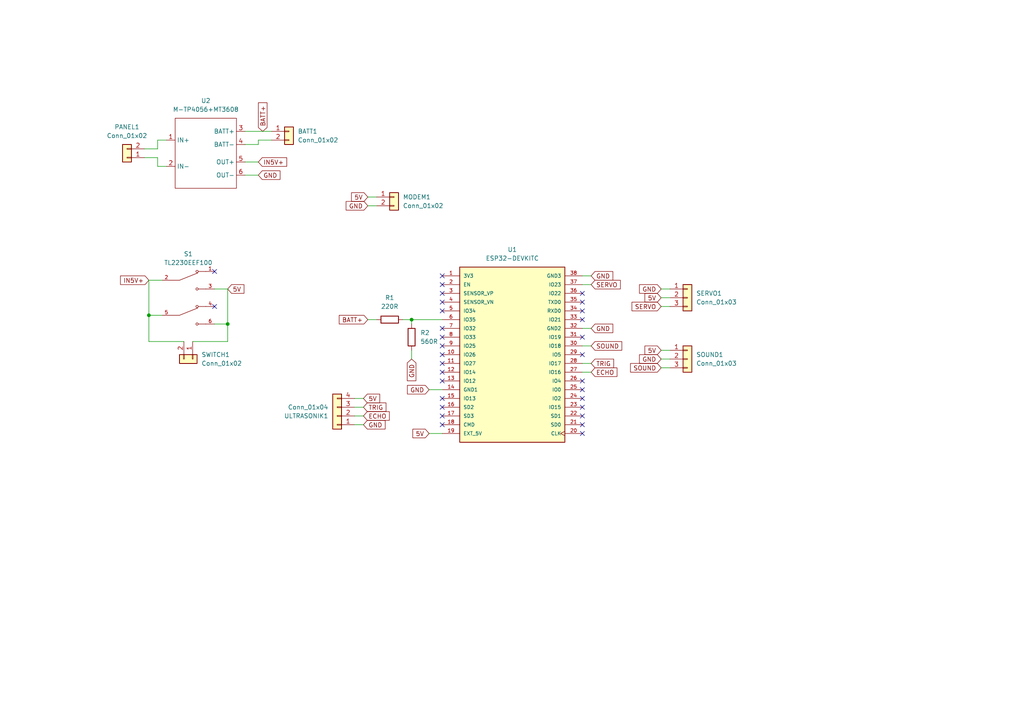
<source format=kicad_sch>
(kicad_sch (version 20211123) (generator eeschema)

  (uuid b853163e-d401-4d2b-9e70-c4e3bcd35dbf)

  (paper "A4")

  (lib_symbols
    (symbol "Connector_Generic:Conn_01x02" (pin_names (offset 1.016) hide) (in_bom yes) (on_board yes)
      (property "Reference" "J" (id 0) (at 0 2.54 0)
        (effects (font (size 1.27 1.27)))
      )
      (property "Value" "Conn_01x02" (id 1) (at 0 -5.08 0)
        (effects (font (size 1.27 1.27)))
      )
      (property "Footprint" "" (id 2) (at 0 0 0)
        (effects (font (size 1.27 1.27)) hide)
      )
      (property "Datasheet" "~" (id 3) (at 0 0 0)
        (effects (font (size 1.27 1.27)) hide)
      )
      (property "ki_keywords" "connector" (id 4) (at 0 0 0)
        (effects (font (size 1.27 1.27)) hide)
      )
      (property "ki_description" "Generic connector, single row, 01x02, script generated (kicad-library-utils/schlib/autogen/connector/)" (id 5) (at 0 0 0)
        (effects (font (size 1.27 1.27)) hide)
      )
      (property "ki_fp_filters" "Connector*:*_1x??_*" (id 6) (at 0 0 0)
        (effects (font (size 1.27 1.27)) hide)
      )
      (symbol "Conn_01x02_1_1"
        (rectangle (start -1.27 -2.413) (end 0 -2.667)
          (stroke (width 0.1524) (type default) (color 0 0 0 0))
          (fill (type none))
        )
        (rectangle (start -1.27 0.127) (end 0 -0.127)
          (stroke (width 0.1524) (type default) (color 0 0 0 0))
          (fill (type none))
        )
        (rectangle (start -1.27 1.27) (end 1.27 -3.81)
          (stroke (width 0.254) (type default) (color 0 0 0 0))
          (fill (type background))
        )
        (pin passive line (at -5.08 0 0) (length 3.81)
          (name "Pin_1" (effects (font (size 1.27 1.27))))
          (number "1" (effects (font (size 1.27 1.27))))
        )
        (pin passive line (at -5.08 -2.54 0) (length 3.81)
          (name "Pin_2" (effects (font (size 1.27 1.27))))
          (number "2" (effects (font (size 1.27 1.27))))
        )
      )
    )
    (symbol "Connector_Generic:Conn_01x03" (pin_names (offset 1.016) hide) (in_bom yes) (on_board yes)
      (property "Reference" "J" (id 0) (at 0 5.08 0)
        (effects (font (size 1.27 1.27)))
      )
      (property "Value" "Conn_01x03" (id 1) (at 0 -5.08 0)
        (effects (font (size 1.27 1.27)))
      )
      (property "Footprint" "" (id 2) (at 0 0 0)
        (effects (font (size 1.27 1.27)) hide)
      )
      (property "Datasheet" "~" (id 3) (at 0 0 0)
        (effects (font (size 1.27 1.27)) hide)
      )
      (property "ki_keywords" "connector" (id 4) (at 0 0 0)
        (effects (font (size 1.27 1.27)) hide)
      )
      (property "ki_description" "Generic connector, single row, 01x03, script generated (kicad-library-utils/schlib/autogen/connector/)" (id 5) (at 0 0 0)
        (effects (font (size 1.27 1.27)) hide)
      )
      (property "ki_fp_filters" "Connector*:*_1x??_*" (id 6) (at 0 0 0)
        (effects (font (size 1.27 1.27)) hide)
      )
      (symbol "Conn_01x03_1_1"
        (rectangle (start -1.27 -2.413) (end 0 -2.667)
          (stroke (width 0.1524) (type default) (color 0 0 0 0))
          (fill (type none))
        )
        (rectangle (start -1.27 0.127) (end 0 -0.127)
          (stroke (width 0.1524) (type default) (color 0 0 0 0))
          (fill (type none))
        )
        (rectangle (start -1.27 2.667) (end 0 2.413)
          (stroke (width 0.1524) (type default) (color 0 0 0 0))
          (fill (type none))
        )
        (rectangle (start -1.27 3.81) (end 1.27 -3.81)
          (stroke (width 0.254) (type default) (color 0 0 0 0))
          (fill (type background))
        )
        (pin passive line (at -5.08 2.54 0) (length 3.81)
          (name "Pin_1" (effects (font (size 1.27 1.27))))
          (number "1" (effects (font (size 1.27 1.27))))
        )
        (pin passive line (at -5.08 0 0) (length 3.81)
          (name "Pin_2" (effects (font (size 1.27 1.27))))
          (number "2" (effects (font (size 1.27 1.27))))
        )
        (pin passive line (at -5.08 -2.54 0) (length 3.81)
          (name "Pin_3" (effects (font (size 1.27 1.27))))
          (number "3" (effects (font (size 1.27 1.27))))
        )
      )
    )
    (symbol "Connector_Generic:Conn_01x04" (pin_names (offset 1.016) hide) (in_bom yes) (on_board yes)
      (property "Reference" "J" (id 0) (at 0 5.08 0)
        (effects (font (size 1.27 1.27)))
      )
      (property "Value" "Conn_01x04" (id 1) (at 0 -7.62 0)
        (effects (font (size 1.27 1.27)))
      )
      (property "Footprint" "" (id 2) (at 0 0 0)
        (effects (font (size 1.27 1.27)) hide)
      )
      (property "Datasheet" "~" (id 3) (at 0 0 0)
        (effects (font (size 1.27 1.27)) hide)
      )
      (property "ki_keywords" "connector" (id 4) (at 0 0 0)
        (effects (font (size 1.27 1.27)) hide)
      )
      (property "ki_description" "Generic connector, single row, 01x04, script generated (kicad-library-utils/schlib/autogen/connector/)" (id 5) (at 0 0 0)
        (effects (font (size 1.27 1.27)) hide)
      )
      (property "ki_fp_filters" "Connector*:*_1x??_*" (id 6) (at 0 0 0)
        (effects (font (size 1.27 1.27)) hide)
      )
      (symbol "Conn_01x04_1_1"
        (rectangle (start -1.27 -4.953) (end 0 -5.207)
          (stroke (width 0.1524) (type default) (color 0 0 0 0))
          (fill (type none))
        )
        (rectangle (start -1.27 -2.413) (end 0 -2.667)
          (stroke (width 0.1524) (type default) (color 0 0 0 0))
          (fill (type none))
        )
        (rectangle (start -1.27 0.127) (end 0 -0.127)
          (stroke (width 0.1524) (type default) (color 0 0 0 0))
          (fill (type none))
        )
        (rectangle (start -1.27 2.667) (end 0 2.413)
          (stroke (width 0.1524) (type default) (color 0 0 0 0))
          (fill (type none))
        )
        (rectangle (start -1.27 3.81) (end 1.27 -6.35)
          (stroke (width 0.254) (type default) (color 0 0 0 0))
          (fill (type background))
        )
        (pin passive line (at -5.08 2.54 0) (length 3.81)
          (name "Pin_1" (effects (font (size 1.27 1.27))))
          (number "1" (effects (font (size 1.27 1.27))))
        )
        (pin passive line (at -5.08 0 0) (length 3.81)
          (name "Pin_2" (effects (font (size 1.27 1.27))))
          (number "2" (effects (font (size 1.27 1.27))))
        )
        (pin passive line (at -5.08 -2.54 0) (length 3.81)
          (name "Pin_3" (effects (font (size 1.27 1.27))))
          (number "3" (effects (font (size 1.27 1.27))))
        )
        (pin passive line (at -5.08 -5.08 0) (length 3.81)
          (name "Pin_4" (effects (font (size 1.27 1.27))))
          (number "4" (effects (font (size 1.27 1.27))))
        )
      )
    )
    (symbol "Device:R" (pin_numbers hide) (pin_names (offset 0)) (in_bom yes) (on_board yes)
      (property "Reference" "R" (id 0) (at 2.032 0 90)
        (effects (font (size 1.27 1.27)))
      )
      (property "Value" "R" (id 1) (at 0 0 90)
        (effects (font (size 1.27 1.27)))
      )
      (property "Footprint" "" (id 2) (at -1.778 0 90)
        (effects (font (size 1.27 1.27)) hide)
      )
      (property "Datasheet" "~" (id 3) (at 0 0 0)
        (effects (font (size 1.27 1.27)) hide)
      )
      (property "ki_keywords" "R res resistor" (id 4) (at 0 0 0)
        (effects (font (size 1.27 1.27)) hide)
      )
      (property "ki_description" "Resistor" (id 5) (at 0 0 0)
        (effects (font (size 1.27 1.27)) hide)
      )
      (property "ki_fp_filters" "R_*" (id 6) (at 0 0 0)
        (effects (font (size 1.27 1.27)) hide)
      )
      (symbol "R_0_1"
        (rectangle (start -1.016 -2.54) (end 1.016 2.54)
          (stroke (width 0.254) (type default) (color 0 0 0 0))
          (fill (type none))
        )
      )
      (symbol "R_1_1"
        (pin passive line (at 0 3.81 270) (length 1.27)
          (name "~" (effects (font (size 1.27 1.27))))
          (number "1" (effects (font (size 1.27 1.27))))
        )
        (pin passive line (at 0 -3.81 90) (length 1.27)
          (name "~" (effects (font (size 1.27 1.27))))
          (number "2" (effects (font (size 1.27 1.27))))
        )
      )
    )
    (symbol "Library_Sendiri:ESP32-DEVKITC" (pin_names (offset 1.016)) (in_bom yes) (on_board yes)
      (property "Reference" "U" (id 0) (at -15.2572 26.0643 0)
        (effects (font (size 1.27 1.27)) (justify left bottom))
      )
      (property "Value" "ESP32-DEVKITC" (id 1) (at -15.2563 -27.9698 0)
        (effects (font (size 1.27 1.27)) (justify left bottom))
      )
      (property "Footprint" "Library_Sendiri:MODULE_ESP32-DEVKITC" (id 2) (at 2.54 63.5 0)
        (effects (font (size 1.27 1.27)) (justify bottom) hide)
      )
      (property "Datasheet" "" (id 3) (at 2.54 57.15 0)
        (effects (font (size 1.27 1.27)) hide)
      )
      (property "MF" "Espressif Systems" (id 4) (at 1.27 1.27 0)
        (effects (font (size 1.27 1.27)) (justify bottom) hide)
      )
      (property "Description" "\nESP32-WROOM-32UE series Transceiver; 802.11 b/g/n (Wi-Fi, WiFi, WLAN), Bluetooth ® Smart Ready 4.x Dual Mode Evaluation Board\n" (id 5) (at 2.54 57.15 0)
        (effects (font (size 1.27 1.27)) (justify bottom) hide)
      )
      (property "Package" "None" (id 6) (at 1.27 -3.81 0)
        (effects (font (size 1.27 1.27)) (justify bottom) hide)
      )
      (property "Price" "None" (id 7) (at 1.27 -3.81 0)
        (effects (font (size 1.27 1.27)) (justify bottom) hide)
      )
      (property "Check_prices" "https://www.snapeda.com/parts/ESP32-DEVKITC/Espressif+Systems/view-part/?ref=eda" (id 8) (at 2.54 59.69 0)
        (effects (font (size 1.27 1.27)) (justify bottom) hide)
      )
      (property "STANDARD" "Manufacturer Recommendations" (id 9) (at 2.54 52.07 0)
        (effects (font (size 1.27 1.27)) (justify bottom) hide)
      )
      (property "PARTREV" "N/A" (id 10) (at 1.27 13.97 0)
        (effects (font (size 1.27 1.27)) (justify bottom) hide)
      )
      (property "SnapEDA_Link" "https://www.snapeda.com/parts/ESP32-DEVKITC/Espressif+Systems/view-part/?ref=snap" (id 11) (at 2.54 57.15 0)
        (effects (font (size 1.27 1.27)) (justify bottom) hide)
      )
      (property "MP" "ESP32-DEVKITC" (id 12) (at 1.27 10.16 0)
        (effects (font (size 1.27 1.27)) (justify bottom) hide)
      )
      (property "Availability" "Not in stock" (id 13) (at 1.27 -1.27 0)
        (effects (font (size 1.27 1.27)) (justify bottom) hide)
      )
      (property "MANUFACTURER" "ESPRESSIF" (id 14) (at 1.27 5.08 0)
        (effects (font (size 1.27 1.27)) (justify bottom) hide)
      )
      (symbol "ESP32-DEVKITC_0_0"
        (rectangle (start -15.24 -25.4) (end 15.24 25.4)
          (stroke (width 0.254) (type default) (color 0 0 0 0))
          (fill (type background))
        )
        (pin power_in line (at -20.32 22.86 0) (length 5.08)
          (name "3V3" (effects (font (size 1.016 1.016))))
          (number "1" (effects (font (size 1.016 1.016))))
        )
        (pin bidirectional line (at -20.32 0 0) (length 5.08)
          (name "IO26" (effects (font (size 1.016 1.016))))
          (number "10" (effects (font (size 1.016 1.016))))
        )
        (pin bidirectional line (at -20.32 -2.54 0) (length 5.08)
          (name "IO27" (effects (font (size 1.016 1.016))))
          (number "11" (effects (font (size 1.016 1.016))))
        )
        (pin bidirectional line (at -20.32 -5.08 0) (length 5.08)
          (name "IO14" (effects (font (size 1.016 1.016))))
          (number "12" (effects (font (size 1.016 1.016))))
        )
        (pin bidirectional line (at -20.32 -7.62 0) (length 5.08)
          (name "IO12" (effects (font (size 1.016 1.016))))
          (number "13" (effects (font (size 1.016 1.016))))
        )
        (pin power_in line (at -20.32 -10.16 0) (length 5.08)
          (name "GND1" (effects (font (size 1.016 1.016))))
          (number "14" (effects (font (size 1.016 1.016))))
        )
        (pin bidirectional line (at -20.32 -12.7 0) (length 5.08)
          (name "IO13" (effects (font (size 1.016 1.016))))
          (number "15" (effects (font (size 1.016 1.016))))
        )
        (pin bidirectional line (at -20.32 -15.24 0) (length 5.08)
          (name "SD2" (effects (font (size 1.016 1.016))))
          (number "16" (effects (font (size 1.016 1.016))))
        )
        (pin bidirectional line (at -20.32 -17.78 0) (length 5.08)
          (name "SD3" (effects (font (size 1.016 1.016))))
          (number "17" (effects (font (size 1.016 1.016))))
        )
        (pin bidirectional line (at -20.32 -20.32 0) (length 5.08)
          (name "CMD" (effects (font (size 1.016 1.016))))
          (number "18" (effects (font (size 1.016 1.016))))
        )
        (pin power_in line (at -20.32 -22.86 0) (length 5.08)
          (name "EXT_5V" (effects (font (size 1.016 1.016))))
          (number "19" (effects (font (size 1.016 1.016))))
        )
        (pin input line (at -20.32 20.32 0) (length 5.08)
          (name "EN" (effects (font (size 1.016 1.016))))
          (number "2" (effects (font (size 1.016 1.016))))
        )
        (pin input clock (at 20.32 -22.86 180) (length 5.08)
          (name "CLK" (effects (font (size 1.016 1.016))))
          (number "20" (effects (font (size 1.016 1.016))))
        )
        (pin bidirectional line (at 20.32 -20.32 180) (length 5.08)
          (name "SD0" (effects (font (size 1.016 1.016))))
          (number "21" (effects (font (size 1.016 1.016))))
        )
        (pin bidirectional line (at 20.32 -17.78 180) (length 5.08)
          (name "SD1" (effects (font (size 1.016 1.016))))
          (number "22" (effects (font (size 1.016 1.016))))
        )
        (pin bidirectional line (at 20.32 -15.24 180) (length 5.08)
          (name "IO15" (effects (font (size 1.016 1.016))))
          (number "23" (effects (font (size 1.016 1.016))))
        )
        (pin bidirectional line (at 20.32 -12.7 180) (length 5.08)
          (name "IO2" (effects (font (size 1.016 1.016))))
          (number "24" (effects (font (size 1.016 1.016))))
        )
        (pin bidirectional line (at 20.32 -10.16 180) (length 5.08)
          (name "IO0" (effects (font (size 1.016 1.016))))
          (number "25" (effects (font (size 1.016 1.016))))
        )
        (pin bidirectional line (at 20.32 -7.62 180) (length 5.08)
          (name "IO4" (effects (font (size 1.016 1.016))))
          (number "26" (effects (font (size 1.016 1.016))))
        )
        (pin bidirectional line (at 20.32 -5.08 180) (length 5.08)
          (name "IO16" (effects (font (size 1.016 1.016))))
          (number "27" (effects (font (size 1.016 1.016))))
        )
        (pin bidirectional line (at 20.32 -2.54 180) (length 5.08)
          (name "IO17" (effects (font (size 1.016 1.016))))
          (number "28" (effects (font (size 1.016 1.016))))
        )
        (pin bidirectional line (at 20.32 0 180) (length 5.08)
          (name "IO5" (effects (font (size 1.016 1.016))))
          (number "29" (effects (font (size 1.016 1.016))))
        )
        (pin input line (at -20.32 17.78 0) (length 5.08)
          (name "SENSOR_VP" (effects (font (size 1.016 1.016))))
          (number "3" (effects (font (size 1.016 1.016))))
        )
        (pin bidirectional line (at 20.32 2.54 180) (length 5.08)
          (name "IO18" (effects (font (size 1.016 1.016))))
          (number "30" (effects (font (size 1.016 1.016))))
        )
        (pin bidirectional line (at 20.32 5.08 180) (length 5.08)
          (name "IO19" (effects (font (size 1.016 1.016))))
          (number "31" (effects (font (size 1.016 1.016))))
        )
        (pin power_in line (at 20.32 7.62 180) (length 5.08)
          (name "GND2" (effects (font (size 1.016 1.016))))
          (number "32" (effects (font (size 1.016 1.016))))
        )
        (pin bidirectional line (at 20.32 10.16 180) (length 5.08)
          (name "IO21" (effects (font (size 1.016 1.016))))
          (number "33" (effects (font (size 1.016 1.016))))
        )
        (pin input line (at 20.32 12.7 180) (length 5.08)
          (name "RXD0" (effects (font (size 1.016 1.016))))
          (number "34" (effects (font (size 1.016 1.016))))
        )
        (pin output line (at 20.32 15.24 180) (length 5.08)
          (name "TXD0" (effects (font (size 1.016 1.016))))
          (number "35" (effects (font (size 1.016 1.016))))
        )
        (pin bidirectional line (at 20.32 17.78 180) (length 5.08)
          (name "IO22" (effects (font (size 1.016 1.016))))
          (number "36" (effects (font (size 1.016 1.016))))
        )
        (pin bidirectional line (at 20.32 20.32 180) (length 5.08)
          (name "IO23" (effects (font (size 1.016 1.016))))
          (number "37" (effects (font (size 1.016 1.016))))
        )
        (pin power_in line (at 20.32 22.86 180) (length 5.08)
          (name "GND3" (effects (font (size 1.016 1.016))))
          (number "38" (effects (font (size 1.016 1.016))))
        )
        (pin input line (at -20.32 15.24 0) (length 5.08)
          (name "SENSOR_VN" (effects (font (size 1.016 1.016))))
          (number "4" (effects (font (size 1.016 1.016))))
        )
        (pin bidirectional line (at -20.32 12.7 0) (length 5.08)
          (name "IO34" (effects (font (size 1.016 1.016))))
          (number "5" (effects (font (size 1.016 1.016))))
        )
        (pin bidirectional line (at -20.32 10.16 0) (length 5.08)
          (name "IO35" (effects (font (size 1.016 1.016))))
          (number "6" (effects (font (size 1.016 1.016))))
        )
        (pin bidirectional line (at -20.32 7.62 0) (length 5.08)
          (name "IO32" (effects (font (size 1.016 1.016))))
          (number "7" (effects (font (size 1.016 1.016))))
        )
        (pin bidirectional line (at -20.32 5.08 0) (length 5.08)
          (name "IO33" (effects (font (size 1.016 1.016))))
          (number "8" (effects (font (size 1.016 1.016))))
        )
        (pin bidirectional line (at -20.32 2.54 0) (length 5.08)
          (name "IO25" (effects (font (size 1.016 1.016))))
          (number "9" (effects (font (size 1.016 1.016))))
        )
      )
    )
    (symbol "Library_Sendiri:M-TP4056+MT3608" (in_bom yes) (on_board yes)
      (property "Reference" "U" (id 0) (at 0 11.43 0)
        (effects (font (size 1.27 1.27)))
      )
      (property "Value" "M-TP4056+MT3608" (id 1) (at 0 -11.43 0)
        (effects (font (size 1.27 1.27)))
      )
      (property "Footprint" "" (id 2) (at 0 0 0)
        (effects (font (size 1.27 1.27)) hide)
      )
      (property "Datasheet" "" (id 3) (at 0 0 0)
        (effects (font (size 1.27 1.27)) hide)
      )
      (symbol "M-TP4056+MT3608_0_1"
        (polyline
          (pts
            (xy 0 10.16)
            (xy 8.89 10.16)
            (xy 8.89 -10.16)
            (xy -8.89 -10.16)
            (xy -8.89 10.16)
            (xy 0 10.16)
          )
          (stroke (width 0) (type default) (color 0 0 0 0))
          (fill (type none))
        )
      )
      (symbol "M-TP4056+MT3608_1_1"
        (pin power_in line (at -11.43 3.81 0) (length 2.54)
          (name "IN+" (effects (font (size 1.27 1.27))))
          (number "1" (effects (font (size 1.27 1.27))))
        )
        (pin power_in line (at -11.43 -3.81 0) (length 2.54)
          (name "IN-" (effects (font (size 1.27 1.27))))
          (number "2" (effects (font (size 1.27 1.27))))
        )
        (pin power_out line (at 11.43 6.35 180) (length 2.54)
          (name "BATT+" (effects (font (size 1.27 1.27))))
          (number "3" (effects (font (size 1.27 1.27))))
        )
        (pin power_out line (at 11.43 2.54 180) (length 2.54)
          (name "BATT-" (effects (font (size 1.27 1.27))))
          (number "4" (effects (font (size 1.27 1.27))))
        )
        (pin power_out line (at 11.43 -2.54 180) (length 2.54)
          (name "OUT+" (effects (font (size 1.27 1.27))))
          (number "5" (effects (font (size 1.27 1.27))))
        )
        (pin power_out line (at 11.43 -6.35 180) (length 2.54)
          (name "OUT-" (effects (font (size 1.27 1.27))))
          (number "6" (effects (font (size 1.27 1.27))))
        )
      )
    )
    (symbol "Library_Sendiri:TL2230EEF100" (pin_names (offset 1.016)) (in_bom yes) (on_board yes)
      (property "Reference" "S" (id 0) (at -2.54 10.16 0)
        (effects (font (size 1.27 1.27)) (justify left bottom))
      )
      (property "Value" "TL2230EEF100" (id 1) (at -2.54 -10.16 0)
        (effects (font (size 1.27 1.27)) (justify left top))
      )
      (property "Footprint" "TL2230EEF100:SW_TL2230EEF100" (id 2) (at 0 0 0)
        (effects (font (size 1.27 1.27)) (justify bottom) hide)
      )
      (property "Datasheet" "" (id 3) (at 0 0 0)
        (effects (font (size 1.27 1.27)) hide)
      )
      (property "MF" "E-Switch" (id 4) (at 0 0 0)
        (effects (font (size 1.27 1.27)) (justify bottom) hide)
      )
      (property "MAXIMUM_PACKAGE_HEIGHT" "12.5 mm" (id 5) (at 0 0 0)
        (effects (font (size 1.27 1.27)) (justify bottom) hide)
      )
      (property "Package" "None" (id 6) (at 0 0 0)
        (effects (font (size 1.27 1.27)) (justify bottom) hide)
      )
      (property "Price" "None" (id 7) (at 0 0 0)
        (effects (font (size 1.27 1.27)) (justify bottom) hide)
      )
      (property "Check_prices" "https://www.snapeda.com/parts/TL2230EEF100/E-Switch/view-part/?ref=eda" (id 8) (at 0 0 0)
        (effects (font (size 1.27 1.27)) (justify bottom) hide)
      )
      (property "STANDARD" "Manufacturer Recommendations" (id 9) (at 0 0 0)
        (effects (font (size 1.27 1.27)) (justify bottom) hide)
      )
      (property "PARTREV" "E" (id 10) (at 0 0 0)
        (effects (font (size 1.27 1.27)) (justify bottom) hide)
      )
      (property "SnapEDA_Link" "https://www.snapeda.com/parts/TL2230EEF100/E-Switch/view-part/?ref=snap" (id 11) (at 0 0 0)
        (effects (font (size 1.27 1.27)) (justify bottom) hide)
      )
      (property "MP" "TL2230EEF100" (id 12) (at 0 0 0)
        (effects (font (size 1.27 1.27)) (justify bottom) hide)
      )
      (property "Purchase-URL" "https://www.snapeda.com/api/url_track_click_mouser/?unipart_id=2221155&manufacturer=E-Switch&part_name=TL2230EEF100&search_term=switch dpdt" (id 13) (at 0 0 0)
        (effects (font (size 1.27 1.27)) (justify bottom) hide)
      )
      (property "Description" "\nPushbutton Switch DPDT Standard Through Hole\n" (id 14) (at 0 0 0)
        (effects (font (size 1.27 1.27)) (justify bottom) hide)
      )
      (property "SNAPEDA_PN" "TL2230EEF140" (id 15) (at 0 0 0)
        (effects (font (size 1.27 1.27)) (justify bottom) hide)
      )
      (property "Availability" "In Stock" (id 16) (at 0 0 0)
        (effects (font (size 1.27 1.27)) (justify bottom) hide)
      )
      (property "MANUFACTURER" "E-Switch" (id 17) (at 0 0 0)
        (effects (font (size 1.27 1.27)) (justify bottom) hide)
      )
      (symbol "TL2230EEF100_0_0"
        (polyline
          (pts
            (xy -2.54 -5.08)
            (xy -5.08 -5.08)
          )
          (stroke (width 0.1524) (type default) (color 0 0 0 0))
          (fill (type none))
        )
        (polyline
          (pts
            (xy -2.54 -5.08)
            (xy 2.794 -2.9464)
          )
          (stroke (width 0.1524) (type default) (color 0 0 0 0))
          (fill (type none))
        )
        (polyline
          (pts
            (xy -2.54 5.08)
            (xy -5.08 5.08)
          )
          (stroke (width 0.1524) (type default) (color 0 0 0 0))
          (fill (type none))
        )
        (polyline
          (pts
            (xy -2.54 5.08)
            (xy 2.794 7.2136)
          )
          (stroke (width 0.1524) (type default) (color 0 0 0 0))
          (fill (type none))
        )
        (polyline
          (pts
            (xy 5.08 -7.62)
            (xy 2.921 -7.62)
          )
          (stroke (width 0.1524) (type default) (color 0 0 0 0))
          (fill (type none))
        )
        (polyline
          (pts
            (xy 5.08 -2.54)
            (xy 2.921 -2.54)
          )
          (stroke (width 0.1524) (type default) (color 0 0 0 0))
          (fill (type none))
        )
        (polyline
          (pts
            (xy 5.08 2.54)
            (xy 2.921 2.54)
          )
          (stroke (width 0.1524) (type default) (color 0 0 0 0))
          (fill (type none))
        )
        (polyline
          (pts
            (xy 5.08 7.62)
            (xy 2.921 7.62)
          )
          (stroke (width 0.1524) (type default) (color 0 0 0 0))
          (fill (type none))
        )
        (circle (center 2.54 -7.62) (radius 0.3302)
          (stroke (width 0.1524) (type default) (color 0 0 0 0))
          (fill (type none))
        )
        (circle (center 2.54 -2.54) (radius 0.3302)
          (stroke (width 0.1524) (type default) (color 0 0 0 0))
          (fill (type none))
        )
        (circle (center 2.54 2.54) (radius 0.3302)
          (stroke (width 0.1524) (type default) (color 0 0 0 0))
          (fill (type none))
        )
        (circle (center 2.54 7.62) (radius 0.3302)
          (stroke (width 0.1524) (type default) (color 0 0 0 0))
          (fill (type none))
        )
        (pin passive line (at 7.62 7.62 180) (length 2.54)
          (name "~" (effects (font (size 1.016 1.016))))
          (number "1" (effects (font (size 1.016 1.016))))
        )
        (pin passive line (at -7.62 5.08 0) (length 2.54)
          (name "~" (effects (font (size 1.016 1.016))))
          (number "2" (effects (font (size 1.016 1.016))))
        )
        (pin passive line (at 7.62 2.54 180) (length 2.54)
          (name "~" (effects (font (size 1.016 1.016))))
          (number "3" (effects (font (size 1.016 1.016))))
        )
        (pin passive line (at 7.62 -2.54 180) (length 2.54)
          (name "~" (effects (font (size 1.016 1.016))))
          (number "4" (effects (font (size 1.016 1.016))))
        )
        (pin passive line (at -7.62 -5.08 0) (length 2.54)
          (name "~" (effects (font (size 1.016 1.016))))
          (number "5" (effects (font (size 1.016 1.016))))
        )
        (pin passive line (at 7.62 -7.62 180) (length 2.54)
          (name "~" (effects (font (size 1.016 1.016))))
          (number "6" (effects (font (size 1.016 1.016))))
        )
      )
    )
  )


  (junction (at 119.38 92.71) (diameter 0) (color 0 0 0 0)
    (uuid 43e57329-a933-4a13-9d3a-739e0f2b769f)
  )
  (junction (at 66.04 93.98) (diameter 0) (color 0 0 0 0)
    (uuid 69bf4dc1-d4a1-495a-97c5-80f2791ad0b5)
  )
  (junction (at 43.18 91.44) (diameter 0) (color 0 0 0 0)
    (uuid 6b9e4c83-68a7-44e9-952c-af760381ac0a)
  )

  (no_connect (at 128.27 123.19) (uuid 0309170d-2b5d-42e9-a4fd-074596657d7b))
  (no_connect (at 168.91 85.09) (uuid 06d53aed-8826-453e-b6e2-843702ad397a))
  (no_connect (at 168.91 92.71) (uuid 13d53aee-210f-440c-98eb-ba715e540503))
  (no_connect (at 128.27 80.01) (uuid 14e81278-7a56-46e1-ad07-3d5f5fd51cee))
  (no_connect (at 128.27 85.09) (uuid 17ca057b-0370-42b9-843d-7e9dea8f14a7))
  (no_connect (at 128.27 90.17) (uuid 37ec45c7-3982-40cf-9360-7c9cc28fba49))
  (no_connect (at 168.91 115.57) (uuid 3ac7607b-7b7a-4ed6-991b-1e590e54503f))
  (no_connect (at 168.91 97.79) (uuid 4ee34e32-2bca-41b4-a6ee-744e46caa43e))
  (no_connect (at 168.91 120.65) (uuid 514c6255-0839-4f1d-abb4-4e57e22cf0b8))
  (no_connect (at 128.27 97.79) (uuid 515323a6-f325-4d27-b10a-653f68a4d4af))
  (no_connect (at 168.91 125.73) (uuid 54c929a4-3f72-4b30-9ca7-c1682c68a828))
  (no_connect (at 128.27 95.25) (uuid 58e1890e-11c5-459c-8229-1605f8609d3e))
  (no_connect (at 128.27 100.33) (uuid 5b0ba5f1-7f58-4ed4-b008-3ce4225a767f))
  (no_connect (at 128.27 105.41) (uuid 5fecf977-0745-489c-8550-474e3b570f57))
  (no_connect (at 128.27 102.87) (uuid 63c610cf-6b5d-49c8-b6ac-9da946b21d7a))
  (no_connect (at 62.23 78.74) (uuid 68e81bdd-da72-4e88-8d51-60e59fb0e356))
  (no_connect (at 168.91 110.49) (uuid 78d67e2c-2062-463e-a6ff-11a5c31083ed))
  (no_connect (at 128.27 115.57) (uuid 79c6f8ab-688e-466c-8129-99bdb225ac4c))
  (no_connect (at 128.27 87.63) (uuid 82851af6-2e22-40c1-97a8-6d546bbd5cc1))
  (no_connect (at 168.91 118.11) (uuid 8fea9cf8-2116-45b2-8185-d591b596f7f1))
  (no_connect (at 128.27 82.55) (uuid 908bd4ac-be94-4ba5-b9bf-170e3ec2fd25))
  (no_connect (at 128.27 110.49) (uuid a0adbfa5-57e3-4279-ab1c-a47066b23e15))
  (no_connect (at 128.27 120.65) (uuid a9a69784-0703-4b3a-89f8-6dc3d8ce40f1))
  (no_connect (at 168.91 123.19) (uuid acaa3c8d-da1c-45ac-ab81-6fbb0cd4b13a))
  (no_connect (at 168.91 90.17) (uuid bbe70ea1-75f1-40f5-a49a-bc24604f87a5))
  (no_connect (at 128.27 118.11) (uuid cae69c8a-6e7d-43e9-be75-2f54f11008da))
  (no_connect (at 62.23 88.9) (uuid d2b46945-74a2-4600-b0a4-7e1ef695952c))
  (no_connect (at 168.91 113.03) (uuid ec9bbe7a-30a8-47cb-9cfb-90d3448666e4))
  (no_connect (at 128.27 107.95) (uuid ee802519-e72d-4a83-bd16-edd9a7b0d427))
  (no_connect (at 168.91 102.87) (uuid f5105e9b-c37a-4bc9-ae30-9f467ba8cf34))
  (no_connect (at 168.91 87.63) (uuid fe7957fb-ba6e-4301-ae74-991f9d421986))

  (wire (pts (xy 105.41 115.57) (xy 102.87 115.57))
    (stroke (width 0) (type default) (color 0 0 0 0))
    (uuid 00a1f526-dddf-48f0-9580-0a0f2e259d90)
  )
  (wire (pts (xy 191.77 86.36) (xy 194.31 86.36))
    (stroke (width 0) (type default) (color 0 0 0 0))
    (uuid 01aca136-809f-4003-8f42-a8a5b62906c2)
  )
  (wire (pts (xy 191.77 104.14) (xy 194.31 104.14))
    (stroke (width 0) (type default) (color 0 0 0 0))
    (uuid 053b70d2-fa9f-45d0-806b-a98f998f0385)
  )
  (wire (pts (xy 106.68 57.15) (xy 109.22 57.15))
    (stroke (width 0) (type default) (color 0 0 0 0))
    (uuid 060bd767-b249-4813-846a-e8d743541c0d)
  )
  (wire (pts (xy 105.41 118.11) (xy 102.87 118.11))
    (stroke (width 0) (type default) (color 0 0 0 0))
    (uuid 07ff7b35-dc07-4542-bdf7-266535cd363a)
  )
  (wire (pts (xy 124.46 125.73) (xy 128.27 125.73))
    (stroke (width 0) (type default) (color 0 0 0 0))
    (uuid 0ff350e7-447b-4af1-9900-80686bf4274a)
  )
  (wire (pts (xy 43.18 81.28) (xy 46.99 81.28))
    (stroke (width 0) (type default) (color 0 0 0 0))
    (uuid 1103fcfc-27b8-403d-9986-1daeca5a4cda)
  )
  (wire (pts (xy 119.38 101.6) (xy 119.38 104.14))
    (stroke (width 0) (type default) (color 0 0 0 0))
    (uuid 127685ea-5d7b-4cf0-91c8-20ac1c9b2e42)
  )
  (wire (pts (xy 124.46 113.03) (xy 128.27 113.03))
    (stroke (width 0) (type default) (color 0 0 0 0))
    (uuid 13918b2d-5208-4307-86c5-aa3f365385ee)
  )
  (wire (pts (xy 106.68 92.71) (xy 109.22 92.71))
    (stroke (width 0) (type default) (color 0 0 0 0))
    (uuid 146f7c0f-be02-4662-ba31-d72503f849f0)
  )
  (wire (pts (xy 119.38 92.71) (xy 119.38 93.98))
    (stroke (width 0) (type default) (color 0 0 0 0))
    (uuid 17b8957b-3107-44a7-a572-1dfc6554c492)
  )
  (wire (pts (xy 66.04 93.98) (xy 62.23 93.98))
    (stroke (width 0) (type default) (color 0 0 0 0))
    (uuid 18ce5617-98dd-4d45-92ed-76ed5b1fe03a)
  )
  (wire (pts (xy 105.41 123.19) (xy 102.87 123.19))
    (stroke (width 0) (type default) (color 0 0 0 0))
    (uuid 1a4e74d4-bc5b-45b1-86a0-29acf7214571)
  )
  (wire (pts (xy 168.91 107.95) (xy 171.45 107.95))
    (stroke (width 0) (type default) (color 0 0 0 0))
    (uuid 2e94eeab-71fa-42e8-9ddf-c248d50c1f23)
  )
  (wire (pts (xy 66.04 83.82) (xy 66.04 93.98))
    (stroke (width 0) (type default) (color 0 0 0 0))
    (uuid 2fbcad98-4048-4aaf-8529-2a8b9c9ce1da)
  )
  (wire (pts (xy 71.12 50.8) (xy 74.93 50.8))
    (stroke (width 0) (type default) (color 0 0 0 0))
    (uuid 32b4e2af-abe0-423e-afb1-75dc010f0561)
  )
  (wire (pts (xy 74.93 41.91) (xy 71.12 41.91))
    (stroke (width 0) (type default) (color 0 0 0 0))
    (uuid 32d5bce4-b781-401c-89d7-c5b0e3e19dd8)
  )
  (wire (pts (xy 191.77 101.6) (xy 194.31 101.6))
    (stroke (width 0) (type default) (color 0 0 0 0))
    (uuid 34e9da28-326e-405c-ba5b-6160ba60a072)
  )
  (wire (pts (xy 116.84 92.71) (xy 119.38 92.71))
    (stroke (width 0) (type default) (color 0 0 0 0))
    (uuid 3b0b299a-3c63-4391-bb35-cef7488ba20a)
  )
  (wire (pts (xy 105.41 120.65) (xy 102.87 120.65))
    (stroke (width 0) (type default) (color 0 0 0 0))
    (uuid 3fbb0c68-541e-4ea9-83b1-1732d067bf0d)
  )
  (wire (pts (xy 191.77 88.9) (xy 194.31 88.9))
    (stroke (width 0) (type default) (color 0 0 0 0))
    (uuid 48b33533-42fe-4af2-8ca7-86951c4749bb)
  )
  (wire (pts (xy 191.77 83.82) (xy 194.31 83.82))
    (stroke (width 0) (type default) (color 0 0 0 0))
    (uuid 4b7edd31-ab48-4888-9d4d-b4629cb1233e)
  )
  (wire (pts (xy 71.12 46.99) (xy 74.93 46.99))
    (stroke (width 0) (type default) (color 0 0 0 0))
    (uuid 4e6b1531-38f4-41e5-80df-98ff6e9894b7)
  )
  (wire (pts (xy 45.72 48.26) (xy 48.26 48.26))
    (stroke (width 0) (type default) (color 0 0 0 0))
    (uuid 4f058af5-b1d7-46f7-b75b-0f9f2b379fcc)
  )
  (wire (pts (xy 168.91 100.33) (xy 171.45 100.33))
    (stroke (width 0) (type default) (color 0 0 0 0))
    (uuid 5b7693fe-f7be-4036-993d-2944b13e55d2)
  )
  (wire (pts (xy 41.91 45.72) (xy 45.72 45.72))
    (stroke (width 0) (type default) (color 0 0 0 0))
    (uuid 6366774c-eaba-4fbf-a1ae-058258ab72bb)
  )
  (wire (pts (xy 191.77 106.68) (xy 194.31 106.68))
    (stroke (width 0) (type default) (color 0 0 0 0))
    (uuid 64e4c413-0e47-4f40-9e42-c50996956305)
  )
  (wire (pts (xy 45.72 45.72) (xy 45.72 48.26))
    (stroke (width 0) (type default) (color 0 0 0 0))
    (uuid 744b639e-ded4-42b5-8a3b-dcf8ee499e9d)
  )
  (wire (pts (xy 45.72 43.18) (xy 45.72 40.64))
    (stroke (width 0) (type default) (color 0 0 0 0))
    (uuid 7c41a3d3-5669-46cf-83cd-36f8819f55ac)
  )
  (wire (pts (xy 168.91 95.25) (xy 171.45 95.25))
    (stroke (width 0) (type default) (color 0 0 0 0))
    (uuid 8278bf8d-b631-4060-a661-1d6b8f80320f)
  )
  (wire (pts (xy 78.74 40.64) (xy 74.93 40.64))
    (stroke (width 0) (type default) (color 0 0 0 0))
    (uuid 9a895d5f-4310-48ae-bd1f-b47f2edc04e8)
  )
  (wire (pts (xy 45.72 40.64) (xy 48.26 40.64))
    (stroke (width 0) (type default) (color 0 0 0 0))
    (uuid ab541e0e-e1e6-49d7-8739-f104ea872e2e)
  )
  (wire (pts (xy 43.18 91.44) (xy 43.18 81.28))
    (stroke (width 0) (type default) (color 0 0 0 0))
    (uuid acbc323e-1117-4fb4-800e-46fc46d226b7)
  )
  (wire (pts (xy 62.23 83.82) (xy 66.04 83.82))
    (stroke (width 0) (type default) (color 0 0 0 0))
    (uuid b0888a17-a6fe-44c1-bbc5-10ad9910fbef)
  )
  (wire (pts (xy 53.34 99.06) (xy 43.18 99.06))
    (stroke (width 0) (type default) (color 0 0 0 0))
    (uuid b167e704-a161-4c63-83ea-c44419df8ba7)
  )
  (wire (pts (xy 119.38 92.71) (xy 128.27 92.71))
    (stroke (width 0) (type default) (color 0 0 0 0))
    (uuid b90f7173-7180-4db6-9999-bbb2f085867f)
  )
  (wire (pts (xy 168.91 82.55) (xy 171.45 82.55))
    (stroke (width 0) (type default) (color 0 0 0 0))
    (uuid bb0337ff-14ec-4065-8ea2-7202ac06c674)
  )
  (wire (pts (xy 74.93 40.64) (xy 74.93 41.91))
    (stroke (width 0) (type default) (color 0 0 0 0))
    (uuid c135b47f-b991-4c62-9a8e-c4c64f7a73d9)
  )
  (wire (pts (xy 66.04 99.06) (xy 66.04 93.98))
    (stroke (width 0) (type default) (color 0 0 0 0))
    (uuid c6abc373-4ed6-4162-9bd0-534efbde40bd)
  )
  (wire (pts (xy 46.99 91.44) (xy 43.18 91.44))
    (stroke (width 0) (type default) (color 0 0 0 0))
    (uuid cb564249-e10d-4f2e-a54c-7805f0e97448)
  )
  (wire (pts (xy 41.91 43.18) (xy 45.72 43.18))
    (stroke (width 0) (type default) (color 0 0 0 0))
    (uuid cc04e55d-7db2-4d2d-a79c-9d91ced7fa7a)
  )
  (wire (pts (xy 71.12 38.1) (xy 78.74 38.1))
    (stroke (width 0) (type default) (color 0 0 0 0))
    (uuid cfa1cf88-3814-48a3-a7fa-812ca5f7a159)
  )
  (wire (pts (xy 43.18 99.06) (xy 43.18 91.44))
    (stroke (width 0) (type default) (color 0 0 0 0))
    (uuid d6c60c6d-60d2-4c2e-8b4d-217f414a22a3)
  )
  (wire (pts (xy 168.91 80.01) (xy 171.45 80.01))
    (stroke (width 0) (type default) (color 0 0 0 0))
    (uuid d909c100-98de-4dac-9dd3-a738b4434f0c)
  )
  (wire (pts (xy 55.88 99.06) (xy 66.04 99.06))
    (stroke (width 0) (type default) (color 0 0 0 0))
    (uuid dea0cce9-c5a7-4997-9d50-15c52a4d0dbf)
  )
  (wire (pts (xy 106.68 59.69) (xy 109.22 59.69))
    (stroke (width 0) (type default) (color 0 0 0 0))
    (uuid ef04efe6-7427-4b7a-84d2-aba781015bce)
  )
  (wire (pts (xy 168.91 105.41) (xy 171.45 105.41))
    (stroke (width 0) (type default) (color 0 0 0 0))
    (uuid f684a3fc-d748-4962-9f83-1ba944d5539f)
  )

  (global_label "ECHO" (shape input) (at 171.45 107.95 0) (fields_autoplaced)
    (effects (font (size 1.27 1.27)) (justify left))
    (uuid 0b1593eb-888f-4b1d-afbe-c3da93343809)
    (property "Intersheet References" "${INTERSHEET_REFS}" (id 0) (at 178.9431 107.8706 0)
      (effects (font (size 1.27 1.27)) (justify left) hide)
    )
  )
  (global_label "SOUND" (shape input) (at 191.77 106.68 180) (fields_autoplaced)
    (effects (font (size 1.27 1.27)) (justify right))
    (uuid 0e43948e-9aa9-40a1-88b6-967f5c8a983c)
    (property "Intersheet References" "${INTERSHEET_REFS}" (id 0) (at 182.8859 106.6006 0)
      (effects (font (size 1.27 1.27)) (justify right) hide)
    )
  )
  (global_label "IN5V+" (shape input) (at 43.18 81.28 180) (fields_autoplaced)
    (effects (font (size 1.27 1.27)) (justify right))
    (uuid 0fac3770-3b09-469b-a2d3-8b680db9b194)
    (property "Intersheet References" "${INTERSHEET_REFS}" (id 0) (at 34.9612 81.2006 0)
      (effects (font (size 1.27 1.27)) (justify right) hide)
    )
  )
  (global_label "5V" (shape input) (at 124.46 125.73 180) (fields_autoplaced)
    (effects (font (size 1.27 1.27)) (justify right))
    (uuid 1760992d-0225-4c46-ad3b-d7c0bc01c069)
    (property "Intersheet References" "${INTERSHEET_REFS}" (id 0) (at 119.7488 125.6506 0)
      (effects (font (size 1.27 1.27)) (justify right) hide)
    )
  )
  (global_label "ECHO" (shape input) (at 105.41 120.65 0) (fields_autoplaced)
    (effects (font (size 1.27 1.27)) (justify left))
    (uuid 17dd5417-4ac5-4a4e-8162-349db72e42d6)
    (property "Intersheet References" "${INTERSHEET_REFS}" (id 0) (at 112.9031 120.5706 0)
      (effects (font (size 1.27 1.27)) (justify left) hide)
    )
  )
  (global_label "IN5V+" (shape input) (at 74.93 46.99 0) (fields_autoplaced)
    (effects (font (size 1.27 1.27)) (justify left))
    (uuid 1d9e7de6-3962-4cf0-aab1-c43a7a056912)
    (property "Intersheet References" "${INTERSHEET_REFS}" (id 0) (at 83.1488 46.9106 0)
      (effects (font (size 1.27 1.27)) (justify left) hide)
    )
  )
  (global_label "GND" (shape input) (at 191.77 104.14 180) (fields_autoplaced)
    (effects (font (size 1.27 1.27)) (justify right))
    (uuid 21ac3d53-0e1d-4f64-8408-e11a7a4d2751)
    (property "Intersheet References" "${INTERSHEET_REFS}" (id 0) (at 185.4864 104.0606 0)
      (effects (font (size 1.27 1.27)) (justify right) hide)
    )
  )
  (global_label "SERVO" (shape input) (at 171.45 82.55 0) (fields_autoplaced)
    (effects (font (size 1.27 1.27)) (justify left))
    (uuid 2508255a-a341-4312-9c72-192f13b8eac3)
    (property "Intersheet References" "${INTERSHEET_REFS}" (id 0) (at 179.9107 82.4706 0)
      (effects (font (size 1.27 1.27)) (justify left) hide)
    )
  )
  (global_label "BATT+" (shape input) (at 76.2 38.1 90) (fields_autoplaced)
    (effects (font (size 1.27 1.27)) (justify left))
    (uuid 311dac2e-0e2c-4353-9408-ad2a1f9317ba)
    (property "Intersheet References" "${INTERSHEET_REFS}" (id 0) (at 76.1206 29.8207 90)
      (effects (font (size 1.27 1.27)) (justify left) hide)
    )
  )
  (global_label "TRIG" (shape input) (at 171.45 105.41 0) (fields_autoplaced)
    (effects (font (size 1.27 1.27)) (justify left))
    (uuid 42f545c3-17c4-4854-a0da-748d1efd9828)
    (property "Intersheet References" "${INTERSHEET_REFS}" (id 0) (at 177.9755 105.3306 0)
      (effects (font (size 1.27 1.27)) (justify left) hide)
    )
  )
  (global_label "TRIG" (shape input) (at 105.41 118.11 0) (fields_autoplaced)
    (effects (font (size 1.27 1.27)) (justify left))
    (uuid 57d23fac-0add-43f0-9e90-436a9ebb4814)
    (property "Intersheet References" "${INTERSHEET_REFS}" (id 0) (at 111.9355 118.0306 0)
      (effects (font (size 1.27 1.27)) (justify left) hide)
    )
  )
  (global_label "SERVO" (shape input) (at 191.77 88.9 180) (fields_autoplaced)
    (effects (font (size 1.27 1.27)) (justify right))
    (uuid 7c4c1158-01a1-4ade-afcf-df4517eda53c)
    (property "Intersheet References" "${INTERSHEET_REFS}" (id 0) (at 183.3093 88.8206 0)
      (effects (font (size 1.27 1.27)) (justify right) hide)
    )
  )
  (global_label "GND" (shape input) (at 124.46 113.03 180) (fields_autoplaced)
    (effects (font (size 1.27 1.27)) (justify right))
    (uuid 9003f510-6639-4f37-8b40-47cdce6c94db)
    (property "Intersheet References" "${INTERSHEET_REFS}" (id 0) (at 118.1764 112.9506 0)
      (effects (font (size 1.27 1.27)) (justify right) hide)
    )
  )
  (global_label "BATT+" (shape input) (at 106.68 92.71 180) (fields_autoplaced)
    (effects (font (size 1.27 1.27)) (justify right))
    (uuid 9a06422a-b703-45d3-be35-ddf64f6ffd28)
    (property "Intersheet References" "${INTERSHEET_REFS}" (id 0) (at 98.4007 92.6306 0)
      (effects (font (size 1.27 1.27)) (justify right) hide)
    )
  )
  (global_label "5V" (shape input) (at 106.68 57.15 180) (fields_autoplaced)
    (effects (font (size 1.27 1.27)) (justify right))
    (uuid 9ebd66f6-8cc9-4dbf-bb5f-2467aff97bec)
    (property "Intersheet References" "${INTERSHEET_REFS}" (id 0) (at 101.9688 57.0706 0)
      (effects (font (size 1.27 1.27)) (justify right) hide)
    )
  )
  (global_label "GND" (shape input) (at 74.93 50.8 0) (fields_autoplaced)
    (effects (font (size 1.27 1.27)) (justify left))
    (uuid a29c1598-ef70-4e88-b4e8-a7183d699a12)
    (property "Intersheet References" "${INTERSHEET_REFS}" (id 0) (at 81.2136 50.7206 0)
      (effects (font (size 1.27 1.27)) (justify left) hide)
    )
  )
  (global_label "GND" (shape input) (at 191.77 83.82 180) (fields_autoplaced)
    (effects (font (size 1.27 1.27)) (justify right))
    (uuid a370fe9c-73b7-48ce-a74f-ae73da3d7498)
    (property "Intersheet References" "${INTERSHEET_REFS}" (id 0) (at 185.4864 83.7406 0)
      (effects (font (size 1.27 1.27)) (justify right) hide)
    )
  )
  (global_label "GND" (shape input) (at 171.45 80.01 0) (fields_autoplaced)
    (effects (font (size 1.27 1.27)) (justify left))
    (uuid b3862e07-dff2-436d-affa-6b8ddf61cab6)
    (property "Intersheet References" "${INTERSHEET_REFS}" (id 0) (at 177.7336 79.9306 0)
      (effects (font (size 1.27 1.27)) (justify left) hide)
    )
  )
  (global_label "5V" (shape input) (at 191.77 101.6 180) (fields_autoplaced)
    (effects (font (size 1.27 1.27)) (justify right))
    (uuid b9454cb2-7d2d-42d4-8834-bbd2496e0c74)
    (property "Intersheet References" "${INTERSHEET_REFS}" (id 0) (at 187.0588 101.5206 0)
      (effects (font (size 1.27 1.27)) (justify right) hide)
    )
  )
  (global_label "SOUND" (shape input) (at 171.45 100.33 0) (fields_autoplaced)
    (effects (font (size 1.27 1.27)) (justify left))
    (uuid bbfe2a93-80a3-4836-9d3b-d5fdb779baac)
    (property "Intersheet References" "${INTERSHEET_REFS}" (id 0) (at 180.3341 100.2506 0)
      (effects (font (size 1.27 1.27)) (justify left) hide)
    )
  )
  (global_label "5V" (shape input) (at 191.77 86.36 180) (fields_autoplaced)
    (effects (font (size 1.27 1.27)) (justify right))
    (uuid cb9a0485-3e8d-443d-87c9-647098197390)
    (property "Intersheet References" "${INTERSHEET_REFS}" (id 0) (at 187.0588 86.2806 0)
      (effects (font (size 1.27 1.27)) (justify right) hide)
    )
  )
  (global_label "GND" (shape input) (at 119.38 104.14 270) (fields_autoplaced)
    (effects (font (size 1.27 1.27)) (justify right))
    (uuid d6db13ad-ffcc-4edd-b158-d6c8437e5f49)
    (property "Intersheet References" "${INTERSHEET_REFS}" (id 0) (at 119.3006 110.4236 90)
      (effects (font (size 1.27 1.27)) (justify right) hide)
    )
  )
  (global_label "5V" (shape input) (at 66.04 83.82 0) (fields_autoplaced)
    (effects (font (size 1.27 1.27)) (justify left))
    (uuid dc5a1e90-f909-47ad-8e74-2f1ea6f86c06)
    (property "Intersheet References" "${INTERSHEET_REFS}" (id 0) (at 70.7512 83.7406 0)
      (effects (font (size 1.27 1.27)) (justify left) hide)
    )
  )
  (global_label "GND" (shape input) (at 171.45 95.25 0) (fields_autoplaced)
    (effects (font (size 1.27 1.27)) (justify left))
    (uuid ec7cacb7-3b3d-4ef7-9cd2-a76cbe71ba40)
    (property "Intersheet References" "${INTERSHEET_REFS}" (id 0) (at 177.7336 95.1706 0)
      (effects (font (size 1.27 1.27)) (justify left) hide)
    )
  )
  (global_label "5V" (shape input) (at 105.41 115.57 0) (fields_autoplaced)
    (effects (font (size 1.27 1.27)) (justify left))
    (uuid f2fa7782-e087-4fa8-a945-a7840c07a1ab)
    (property "Intersheet References" "${INTERSHEET_REFS}" (id 0) (at 110.1212 115.4906 0)
      (effects (font (size 1.27 1.27)) (justify left) hide)
    )
  )
  (global_label "GND" (shape input) (at 106.68 59.69 180) (fields_autoplaced)
    (effects (font (size 1.27 1.27)) (justify right))
    (uuid f4ff059a-b437-455e-9f0f-8db9773546bd)
    (property "Intersheet References" "${INTERSHEET_REFS}" (id 0) (at 100.3964 59.6106 0)
      (effects (font (size 1.27 1.27)) (justify right) hide)
    )
  )
  (global_label "GND" (shape input) (at 105.41 123.19 0) (fields_autoplaced)
    (effects (font (size 1.27 1.27)) (justify left))
    (uuid fee3a0a0-1ad2-4ee6-9719-65093490d7af)
    (property "Intersheet References" "${INTERSHEET_REFS}" (id 0) (at 111.6936 123.1106 0)
      (effects (font (size 1.27 1.27)) (justify left) hide)
    )
  )

  (symbol (lib_id "Library_Sendiri:M-TP4056+MT3608") (at 59.69 44.45 0) (unit 1)
    (in_bom yes) (on_board yes) (fields_autoplaced)
    (uuid 523fd96d-fee1-44ef-b54b-7ce67119809a)
    (property "Reference" "U2" (id 0) (at 59.69 29.21 0))
    (property "Value" "M-TP4056+MT3608" (id 1) (at 59.69 31.75 0))
    (property "Footprint" "Library_Sendiri:M-TP4056+MT3608" (id 2) (at 59.69 44.45 0)
      (effects (font (size 1.27 1.27)) hide)
    )
    (property "Datasheet" "" (id 3) (at 59.69 44.45 0)
      (effects (font (size 1.27 1.27)) hide)
    )
    (pin "1" (uuid f27a8d95-3ab7-4bcb-852a-a8b5d639006d))
    (pin "2" (uuid 3312eb94-262c-4322-b3ba-bb6b3546245a))
    (pin "3" (uuid ad49c3ca-03c8-47a2-93d8-46790250a6ea))
    (pin "4" (uuid d1c24011-54b6-43f1-8db4-2702523a5176))
    (pin "5" (uuid 622aac14-9a5f-466a-8a0e-3c0522283182))
    (pin "6" (uuid 39070283-b527-422a-b52f-46f74051f4a6))
  )

  (symbol (lib_id "Connector_Generic:Conn_01x02") (at 55.88 104.14 270) (unit 1)
    (in_bom yes) (on_board yes) (fields_autoplaced)
    (uuid 721a1d8f-5764-4695-b0a1-c9b799a46e5b)
    (property "Reference" "SWITCH1" (id 0) (at 58.42 102.8699 90)
      (effects (font (size 1.27 1.27)) (justify left))
    )
    (property "Value" "Conn_01x02" (id 1) (at 58.42 105.4099 90)
      (effects (font (size 1.27 1.27)) (justify left))
    )
    (property "Footprint" "Connector_PinHeader_2.54mm:PinHeader_1x02_P2.54mm_Vertical" (id 2) (at 55.88 104.14 0)
      (effects (font (size 1.27 1.27)) hide)
    )
    (property "Datasheet" "~" (id 3) (at 55.88 104.14 0)
      (effects (font (size 1.27 1.27)) hide)
    )
    (pin "1" (uuid f0c51430-5cb5-4549-aa57-d3041780bcd3))
    (pin "2" (uuid 0db1eb94-4a54-4479-bd64-632241969827))
  )

  (symbol (lib_id "Connector_Generic:Conn_01x02") (at 36.83 45.72 180) (unit 1)
    (in_bom yes) (on_board yes) (fields_autoplaced)
    (uuid 72945cee-15c1-498f-88a6-4026639311be)
    (property "Reference" "PANEL1" (id 0) (at 36.83 36.83 0))
    (property "Value" "Conn_01x02" (id 1) (at 36.83 39.37 0))
    (property "Footprint" "Connector_PinHeader_2.54mm:PinHeader_1x02_P2.54mm_Vertical" (id 2) (at 36.83 45.72 0)
      (effects (font (size 1.27 1.27)) hide)
    )
    (property "Datasheet" "~" (id 3) (at 36.83 45.72 0)
      (effects (font (size 1.27 1.27)) hide)
    )
    (pin "1" (uuid 7c0d7d28-8319-4dec-88d2-6e514517a2df))
    (pin "2" (uuid 9e2e4a6e-46a4-47ca-897f-6824bf3e9ea1))
  )

  (symbol (lib_id "Library_Sendiri:ESP32-DEVKITC") (at 148.59 102.87 0) (unit 1)
    (in_bom yes) (on_board yes) (fields_autoplaced)
    (uuid 7cc42d69-8fc4-4d68-b97f-55b84426aca5)
    (property "Reference" "U1" (id 0) (at 148.59 72.39 0))
    (property "Value" "ESP32-DEVKITC" (id 1) (at 148.59 74.93 0))
    (property "Footprint" "Library_Sendiri:MODULE_ESP32-DEVKITC" (id 2) (at 151.13 39.37 0)
      (effects (font (size 1.27 1.27)) (justify bottom) hide)
    )
    (property "Datasheet" "" (id 3) (at 151.13 45.72 0)
      (effects (font (size 1.27 1.27)) hide)
    )
    (property "MF" "Espressif Systems" (id 4) (at 149.86 101.6 0)
      (effects (font (size 1.27 1.27)) (justify bottom) hide)
    )
    (property "Description" "\nESP32-WROOM-32UE series Transceiver; 802.11 b/g/n (Wi-Fi, WiFi, WLAN), Bluetooth ® Smart Ready 4.x Dual Mode Evaluation Board\n" (id 5) (at 151.13 45.72 0)
      (effects (font (size 1.27 1.27)) (justify bottom) hide)
    )
    (property "Package" "None" (id 6) (at 149.86 106.68 0)
      (effects (font (size 1.27 1.27)) (justify bottom) hide)
    )
    (property "Price" "None" (id 7) (at 149.86 106.68 0)
      (effects (font (size 1.27 1.27)) (justify bottom) hide)
    )
    (property "Check_prices" "https://www.snapeda.com/parts/ESP32-DEVKITC/Espressif+Systems/view-part/?ref=eda" (id 8) (at 151.13 43.18 0)
      (effects (font (size 1.27 1.27)) (justify bottom) hide)
    )
    (property "STANDARD" "Manufacturer Recommendations" (id 9) (at 151.13 50.8 0)
      (effects (font (size 1.27 1.27)) (justify bottom) hide)
    )
    (property "PARTREV" "N/A" (id 10) (at 149.86 88.9 0)
      (effects (font (size 1.27 1.27)) (justify bottom) hide)
    )
    (property "SnapEDA_Link" "https://www.snapeda.com/parts/ESP32-DEVKITC/Espressif+Systems/view-part/?ref=snap" (id 11) (at 151.13 45.72 0)
      (effects (font (size 1.27 1.27)) (justify bottom) hide)
    )
    (property "MP" "ESP32-DEVKITC" (id 12) (at 149.86 92.71 0)
      (effects (font (size 1.27 1.27)) (justify bottom) hide)
    )
    (property "Availability" "Not in stock" (id 13) (at 149.86 104.14 0)
      (effects (font (size 1.27 1.27)) (justify bottom) hide)
    )
    (property "MANUFACTURER" "ESPRESSIF" (id 14) (at 149.86 97.79 0)
      (effects (font (size 1.27 1.27)) (justify bottom) hide)
    )
    (pin "1" (uuid d82ea168-3787-4d06-83db-90ce0ae3b48e))
    (pin "10" (uuid 3b695cbf-92a9-40e1-be2b-6d2268f4e141))
    (pin "11" (uuid 26de3094-aabc-4d8c-a63e-59636f61b819))
    (pin "12" (uuid 98389792-a77f-4647-a074-19aa5621324e))
    (pin "13" (uuid e7e80983-5971-40dd-9a99-b920eca39738))
    (pin "14" (uuid 53f4e83b-a783-48d7-b433-2b19635f38bb))
    (pin "15" (uuid 96e71512-aa46-46d6-9812-091ee13cf0bc))
    (pin "16" (uuid 06e87b53-0d6d-492a-b96a-a2c16f7671f8))
    (pin "17" (uuid f157a5bc-1802-4fa4-aeeb-2eb7f15f0de0))
    (pin "18" (uuid 37eb2e90-949c-460d-aad4-59800ed6ec3c))
    (pin "19" (uuid 768ffec4-ab96-4594-a68d-20e75c56d0b4))
    (pin "2" (uuid 7f1d8dd6-df0e-4ab8-b937-488dae808964))
    (pin "20" (uuid fa04cfda-4d78-42da-a03c-8231e245094c))
    (pin "21" (uuid 20498374-76de-4e1f-9037-916d4c59996a))
    (pin "22" (uuid a11b1e21-4cc6-4c97-9a9d-5fe211ffc147))
    (pin "23" (uuid dadef78b-a971-42ce-a819-7675cb0f832b))
    (pin "24" (uuid 9a70a79d-7ffd-4ae8-af20-99f1b7d6feed))
    (pin "25" (uuid 922c59e2-e25f-4425-a2b6-39b9b97e514e))
    (pin "26" (uuid deef53d3-a682-4c71-a8a7-e1f0542d1b11))
    (pin "27" (uuid a8fd3f76-c1e7-4747-9b99-3428b28838c1))
    (pin "28" (uuid d069961a-2b3f-4445-9927-ec6e47f706c7))
    (pin "29" (uuid 5b13a8a8-9d1e-4d15-acd2-bdbae05b6c46))
    (pin "3" (uuid 88c3eef5-618b-4d86-87ac-bad25c4cf15b))
    (pin "30" (uuid e96341e2-80c3-401c-939a-eb48207cde13))
    (pin "31" (uuid 34d7773f-97b9-4968-b005-df3e35839049))
    (pin "32" (uuid 0973e580-9595-4bf8-83d7-c97404ba1fab))
    (pin "33" (uuid 36c59837-9c2a-45a0-94e9-3ff224c9d6d1))
    (pin "34" (uuid 9985103d-8928-4b8d-bd4d-55445cbce97c))
    (pin "35" (uuid a5781238-facb-4dc5-a9a4-05108067f55d))
    (pin "36" (uuid 1d316309-1a60-4f52-a51a-fb3f2cd57318))
    (pin "37" (uuid bbfc6b21-1f15-41f2-a5e9-e9b1c5d6ddbe))
    (pin "38" (uuid e1a6e4c2-a513-4cd6-b142-3fe68ed7ef48))
    (pin "4" (uuid 7793bb3a-18de-4783-85f5-0363043a5c60))
    (pin "5" (uuid 1143d370-66c1-4c90-9434-d4377697a3c2))
    (pin "6" (uuid f975621f-5688-498d-8a9e-32a7dbffc823))
    (pin "7" (uuid 220b6159-e6fb-4cd5-b787-4f6c57f1b7dd))
    (pin "8" (uuid 0855c1e5-f8b4-4ec0-9ab6-bcec8d9d92f1))
    (pin "9" (uuid 0503905d-bf6c-4631-8d2d-99340a6fae75))
  )

  (symbol (lib_id "Connector_Generic:Conn_01x02") (at 114.3 57.15 0) (unit 1)
    (in_bom yes) (on_board yes) (fields_autoplaced)
    (uuid 80853aa4-f9c1-485b-a6d1-9dab824a36eb)
    (property "Reference" "MODEM1" (id 0) (at 116.84 57.1499 0)
      (effects (font (size 1.27 1.27)) (justify left))
    )
    (property "Value" "Conn_01x02" (id 1) (at 116.84 59.6899 0)
      (effects (font (size 1.27 1.27)) (justify left))
    )
    (property "Footprint" "Connector_PinHeader_2.54mm:PinHeader_1x02_P2.54mm_Vertical" (id 2) (at 114.3 57.15 0)
      (effects (font (size 1.27 1.27)) hide)
    )
    (property "Datasheet" "~" (id 3) (at 114.3 57.15 0)
      (effects (font (size 1.27 1.27)) hide)
    )
    (pin "1" (uuid 5bb0f298-4639-4be0-bd2a-149eda25c33b))
    (pin "2" (uuid 6583aa55-ab74-44c8-bf23-59627d664d02))
  )

  (symbol (lib_id "Connector_Generic:Conn_01x04") (at 97.79 120.65 180) (unit 1)
    (in_bom yes) (on_board yes) (fields_autoplaced)
    (uuid 924a7c74-ca3f-4bf7-81ab-fe6c6511bea4)
    (property "Reference" "ULTRASONIK1" (id 0) (at 95.25 120.6501 0)
      (effects (font (size 1.27 1.27)) (justify left))
    )
    (property "Value" "Conn_01x04" (id 1) (at 95.25 118.1101 0)
      (effects (font (size 1.27 1.27)) (justify left))
    )
    (property "Footprint" "Connector_PinHeader_2.54mm:PinHeader_1x04_P2.54mm_Vertical" (id 2) (at 97.79 120.65 0)
      (effects (font (size 1.27 1.27)) hide)
    )
    (property "Datasheet" "~" (id 3) (at 97.79 120.65 0)
      (effects (font (size 1.27 1.27)) hide)
    )
    (pin "1" (uuid 4ff9bab2-2864-4567-b7ec-39b00752aa45))
    (pin "2" (uuid 82d63d99-f2bf-4eaf-88b6-e9f3da337c7b))
    (pin "3" (uuid 46f62c1c-0c95-4fde-9850-1565e98a0609))
    (pin "4" (uuid c8884d06-daf8-46d3-9c69-1240d512a9ea))
  )

  (symbol (lib_id "Connector_Generic:Conn_01x03") (at 199.39 104.14 0) (unit 1)
    (in_bom yes) (on_board yes) (fields_autoplaced)
    (uuid 9e785628-ceba-44dc-bb6d-f95e25eb1e7e)
    (property "Reference" "SOUND1" (id 0) (at 201.93 102.8699 0)
      (effects (font (size 1.27 1.27)) (justify left))
    )
    (property "Value" "Conn_01x03" (id 1) (at 201.93 105.4099 0)
      (effects (font (size 1.27 1.27)) (justify left))
    )
    (property "Footprint" "Connector_PinHeader_2.54mm:PinHeader_1x03_P2.54mm_Vertical" (id 2) (at 199.39 104.14 0)
      (effects (font (size 1.27 1.27)) hide)
    )
    (property "Datasheet" "~" (id 3) (at 199.39 104.14 0)
      (effects (font (size 1.27 1.27)) hide)
    )
    (pin "1" (uuid 6610d460-6495-4cf0-af7d-98cbcf5a65f6))
    (pin "2" (uuid 8abc13df-59f8-4cc6-aeff-c0260ba551d7))
    (pin "3" (uuid d3bf02e9-86ab-427b-b9d4-0b39abb7440e))
  )

  (symbol (lib_id "Device:R") (at 113.03 92.71 90) (unit 1)
    (in_bom yes) (on_board yes) (fields_autoplaced)
    (uuid d10c1189-a729-459a-952a-a50c27330cc6)
    (property "Reference" "R1" (id 0) (at 113.03 86.36 90))
    (property "Value" "220R" (id 1) (at 113.03 88.9 90))
    (property "Footprint" "Resistor_THT:R_Axial_DIN0207_L6.3mm_D2.5mm_P10.16mm_Horizontal" (id 2) (at 113.03 94.488 90)
      (effects (font (size 1.27 1.27)) hide)
    )
    (property "Datasheet" "~" (id 3) (at 113.03 92.71 0)
      (effects (font (size 1.27 1.27)) hide)
    )
    (pin "1" (uuid 1d0b643b-daf7-4bc5-9a41-9300daada9d7))
    (pin "2" (uuid 034cb853-0798-4b51-bc1b-f3e8199216d1))
  )

  (symbol (lib_id "Device:R") (at 119.38 97.79 0) (unit 1)
    (in_bom yes) (on_board yes) (fields_autoplaced)
    (uuid d3ce9ebd-70d5-42dd-bdd4-aa7f43c87c2f)
    (property "Reference" "R2" (id 0) (at 121.92 96.5199 0)
      (effects (font (size 1.27 1.27)) (justify left))
    )
    (property "Value" "560R" (id 1) (at 121.92 99.0599 0)
      (effects (font (size 1.27 1.27)) (justify left))
    )
    (property "Footprint" "Resistor_THT:R_Axial_DIN0207_L6.3mm_D2.5mm_P10.16mm_Horizontal" (id 2) (at 117.602 97.79 90)
      (effects (font (size 1.27 1.27)) hide)
    )
    (property "Datasheet" "~" (id 3) (at 119.38 97.79 0)
      (effects (font (size 1.27 1.27)) hide)
    )
    (pin "1" (uuid 638b7fbf-d21b-4c4b-88d6-1e2dd616c7fa))
    (pin "2" (uuid 09e2df7e-bb86-40ef-95b3-ff46aa3a16f2))
  )

  (symbol (lib_id "Connector_Generic:Conn_01x03") (at 199.39 86.36 0) (unit 1)
    (in_bom yes) (on_board yes) (fields_autoplaced)
    (uuid e51876ec-7df9-45d5-9ffc-40a9743f6c14)
    (property "Reference" "SERVO1" (id 0) (at 201.93 85.0899 0)
      (effects (font (size 1.27 1.27)) (justify left))
    )
    (property "Value" "Conn_01x03" (id 1) (at 201.93 87.6299 0)
      (effects (font (size 1.27 1.27)) (justify left))
    )
    (property "Footprint" "Connector_PinHeader_2.54mm:PinHeader_1x03_P2.54mm_Vertical" (id 2) (at 199.39 86.36 0)
      (effects (font (size 1.27 1.27)) hide)
    )
    (property "Datasheet" "~" (id 3) (at 199.39 86.36 0)
      (effects (font (size 1.27 1.27)) hide)
    )
    (pin "1" (uuid 65149d22-9843-4d4d-8dc3-2fe3afb679c0))
    (pin "2" (uuid 7221584e-6691-4c83-a5e6-e157a0fc6ba3))
    (pin "3" (uuid 5ebde642-9d69-4b88-b9b2-31a5b96d4f07))
  )

  (symbol (lib_id "Connector_Generic:Conn_01x02") (at 83.82 38.1 0) (unit 1)
    (in_bom yes) (on_board yes) (fields_autoplaced)
    (uuid fa6bcb3b-75cc-4a78-ad5f-0f55f29f7326)
    (property "Reference" "BATT1" (id 0) (at 86.36 38.0999 0)
      (effects (font (size 1.27 1.27)) (justify left))
    )
    (property "Value" "Conn_01x02" (id 1) (at 86.36 40.6399 0)
      (effects (font (size 1.27 1.27)) (justify left))
    )
    (property "Footprint" "Connector_PinHeader_2.54mm:PinHeader_1x02_P2.54mm_Vertical" (id 2) (at 83.82 38.1 0)
      (effects (font (size 1.27 1.27)) hide)
    )
    (property "Datasheet" "~" (id 3) (at 83.82 38.1 0)
      (effects (font (size 1.27 1.27)) hide)
    )
    (pin "1" (uuid 477a0858-474f-4719-9522-c271c3ece4c5))
    (pin "2" (uuid f4130505-ccb9-4e58-8141-83f9a95bc484))
  )

  (symbol (lib_id "Library_Sendiri:TL2230EEF100") (at 54.61 86.36 0) (unit 1)
    (in_bom yes) (on_board yes) (fields_autoplaced)
    (uuid ff3cb3f4-e118-4384-89f1-378f323b8c55)
    (property "Reference" "S1" (id 0) (at 54.61 73.66 0))
    (property "Value" "TL2230EEF100" (id 1) (at 54.61 76.2 0))
    (property "Footprint" "Library_Sendiri:SW_TL2230OAF140" (id 2) (at 54.61 86.36 0)
      (effects (font (size 1.27 1.27)) (justify bottom) hide)
    )
    (property "Datasheet" "" (id 3) (at 54.61 86.36 0)
      (effects (font (size 1.27 1.27)) hide)
    )
    (property "MF" "E-Switch" (id 4) (at 54.61 86.36 0)
      (effects (font (size 1.27 1.27)) (justify bottom) hide)
    )
    (property "MAXIMUM_PACKAGE_HEIGHT" "12.5 mm" (id 5) (at 54.61 86.36 0)
      (effects (font (size 1.27 1.27)) (justify bottom) hide)
    )
    (property "Package" "None" (id 6) (at 54.61 86.36 0)
      (effects (font (size 1.27 1.27)) (justify bottom) hide)
    )
    (property "Price" "None" (id 7) (at 54.61 86.36 0)
      (effects (font (size 1.27 1.27)) (justify bottom) hide)
    )
    (property "Check_prices" "https://www.snapeda.com/parts/TL2230EEF100/E-Switch/view-part/?ref=eda" (id 8) (at 54.61 86.36 0)
      (effects (font (size 1.27 1.27)) (justify bottom) hide)
    )
    (property "STANDARD" "Manufacturer Recommendations" (id 9) (at 54.61 86.36 0)
      (effects (font (size 1.27 1.27)) (justify bottom) hide)
    )
    (property "PARTREV" "E" (id 10) (at 54.61 86.36 0)
      (effects (font (size 1.27 1.27)) (justify bottom) hide)
    )
    (property "SnapEDA_Link" "https://www.snapeda.com/parts/TL2230EEF100/E-Switch/view-part/?ref=snap" (id 11) (at 54.61 86.36 0)
      (effects (font (size 1.27 1.27)) (justify bottom) hide)
    )
    (property "MP" "TL2230EEF100" (id 12) (at 54.61 86.36 0)
      (effects (font (size 1.27 1.27)) (justify bottom) hide)
    )
    (property "Purchase-URL" "https://www.snapeda.com/api/url_track_click_mouser/?unipart_id=2221155&manufacturer=E-Switch&part_name=TL2230EEF100&search_term=switch dpdt" (id 13) (at 54.61 86.36 0)
      (effects (font (size 1.27 1.27)) (justify bottom) hide)
    )
    (property "Description" "\nPushbutton Switch DPDT Standard Through Hole\n" (id 14) (at 54.61 86.36 0)
      (effects (font (size 1.27 1.27)) (justify bottom) hide)
    )
    (property "SNAPEDA_PN" "TL2230EEF140" (id 15) (at 54.61 86.36 0)
      (effects (font (size 1.27 1.27)) (justify bottom) hide)
    )
    (property "Availability" "In Stock" (id 16) (at 54.61 86.36 0)
      (effects (font (size 1.27 1.27)) (justify bottom) hide)
    )
    (property "MANUFACTURER" "E-Switch" (id 17) (at 54.61 86.36 0)
      (effects (font (size 1.27 1.27)) (justify bottom) hide)
    )
    (pin "1" (uuid 77943011-2622-49e0-b7ea-37a6ab114484))
    (pin "2" (uuid b9dafae7-b624-432c-a306-3190a9d63bed))
    (pin "3" (uuid 1a479778-8ceb-42fd-8117-8302322c9ce4))
    (pin "4" (uuid 116e849f-a449-47c0-8422-9f4fbba6ad3e))
    (pin "5" (uuid 4a502fda-ca18-4be3-80e8-9b3c6dc6520f))
    (pin "6" (uuid f3bfc4f1-1fee-4e52-94d1-75d0115823fd))
  )

  (sheet_instances
    (path "/" (page "1"))
  )

  (symbol_instances
    (path "/fa6bcb3b-75cc-4a78-ad5f-0f55f29f7326"
      (reference "BATT1") (unit 1) (value "Conn_01x02") (footprint "Connector_PinHeader_2.54mm:PinHeader_1x02_P2.54mm_Vertical")
    )
    (path "/80853aa4-f9c1-485b-a6d1-9dab824a36eb"
      (reference "MODEM1") (unit 1) (value "Conn_01x02") (footprint "Connector_PinHeader_2.54mm:PinHeader_1x02_P2.54mm_Vertical")
    )
    (path "/72945cee-15c1-498f-88a6-4026639311be"
      (reference "PANEL1") (unit 1) (value "Conn_01x02") (footprint "Connector_PinHeader_2.54mm:PinHeader_1x02_P2.54mm_Vertical")
    )
    (path "/d10c1189-a729-459a-952a-a50c27330cc6"
      (reference "R1") (unit 1) (value "220R") (footprint "Resistor_THT:R_Axial_DIN0207_L6.3mm_D2.5mm_P10.16mm_Horizontal")
    )
    (path "/d3ce9ebd-70d5-42dd-bdd4-aa7f43c87c2f"
      (reference "R2") (unit 1) (value "560R") (footprint "Resistor_THT:R_Axial_DIN0207_L6.3mm_D2.5mm_P10.16mm_Horizontal")
    )
    (path "/ff3cb3f4-e118-4384-89f1-378f323b8c55"
      (reference "S1") (unit 1) (value "TL2230EEF100") (footprint "Library_Sendiri:SW_TL2230OAF140")
    )
    (path "/e51876ec-7df9-45d5-9ffc-40a9743f6c14"
      (reference "SERVO1") (unit 1) (value "Conn_01x03") (footprint "Connector_PinHeader_2.54mm:PinHeader_1x03_P2.54mm_Vertical")
    )
    (path "/9e785628-ceba-44dc-bb6d-f95e25eb1e7e"
      (reference "SOUND1") (unit 1) (value "Conn_01x03") (footprint "Connector_PinHeader_2.54mm:PinHeader_1x03_P2.54mm_Vertical")
    )
    (path "/721a1d8f-5764-4695-b0a1-c9b799a46e5b"
      (reference "SWITCH1") (unit 1) (value "Conn_01x02") (footprint "Connector_PinHeader_2.54mm:PinHeader_1x02_P2.54mm_Vertical")
    )
    (path "/7cc42d69-8fc4-4d68-b97f-55b84426aca5"
      (reference "U1") (unit 1) (value "ESP32-DEVKITC") (footprint "Library_Sendiri:MODULE_ESP32-DEVKITC")
    )
    (path "/523fd96d-fee1-44ef-b54b-7ce67119809a"
      (reference "U2") (unit 1) (value "M-TP4056+MT3608") (footprint "Library_Sendiri:M-TP4056+MT3608")
    )
    (path "/924a7c74-ca3f-4bf7-81ab-fe6c6511bea4"
      (reference "ULTRASONIK1") (unit 1) (value "Conn_01x04") (footprint "Connector_PinHeader_2.54mm:PinHeader_1x04_P2.54mm_Vertical")
    )
  )
)

</source>
